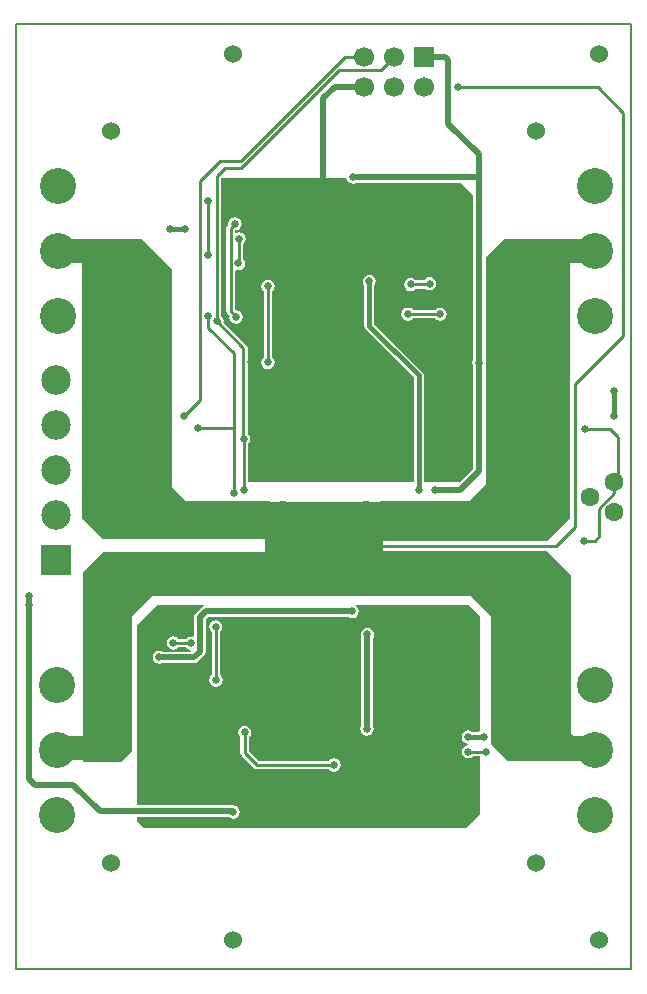
<source format=gbl>
G04*
G04 #@! TF.GenerationSoftware,Altium Limited,Altium Designer,19.0.14 (431)*
G04*
G04 Layer_Physical_Order=2*
G04 Layer_Color=8865052*
%FSLAX25Y25*%
%MOIN*%
G70*
G01*
G75*
%ADD10C,0.00700*%
%ADD48C,0.01000*%
%ADD49C,0.02000*%
%ADD50C,0.01500*%
%ADD56C,0.06299*%
%ADD57C,0.06693*%
%ADD58R,0.06693X0.06693*%
%ADD59R,0.09843X0.09843*%
%ADD60C,0.09843*%
%ADD61C,0.06000*%
%ADD62C,0.12000*%
%ADD63C,0.15748*%
%ADD64C,0.02559*%
%ADD65C,0.08000*%
%ADD66R,0.39720X0.31548*%
%ADD67R,0.44000X0.34000*%
G36*
X154500Y117780D02*
X154500Y79561D01*
X154001Y79063D01*
X152005D01*
X151450Y79433D01*
X150600Y79602D01*
X149750Y79433D01*
X149029Y78952D01*
X148547Y78231D01*
X148378Y77380D01*
X148547Y76530D01*
X149029Y75809D01*
X149750Y75327D01*
X150464Y75185D01*
Y74675D01*
X149750Y74533D01*
X149029Y74052D01*
X148547Y73331D01*
X148378Y72480D01*
X148547Y71630D01*
X149029Y70909D01*
X149750Y70427D01*
X150600Y70258D01*
X151450Y70427D01*
X152171Y70909D01*
X152268Y71053D01*
X154500D01*
X154500Y51680D01*
X149800Y46980D01*
X42500Y46980D01*
X40573Y48907D01*
X40300Y49280D01*
X40300D01*
X40300Y49280D01*
Y50763D01*
X70766D01*
X71388Y50347D01*
X72239Y50178D01*
X73089Y50347D01*
X73810Y50829D01*
X74292Y51550D01*
X74461Y52400D01*
X74292Y53250D01*
X73810Y53971D01*
X73089Y54453D01*
X72239Y54622D01*
X72126Y54600D01*
X71939Y54637D01*
X40300D01*
Y114780D01*
X47100Y121580D01*
X62361D01*
X62410Y121080D01*
X62359Y121070D01*
X61730Y120650D01*
X59710Y118630D01*
X59290Y118001D01*
X59142Y117260D01*
Y111161D01*
X58642Y110795D01*
X58100Y110903D01*
X57250Y110733D01*
X56529Y110252D01*
X56499Y110208D01*
X53967D01*
X53871Y110352D01*
X53150Y110833D01*
X52300Y111003D01*
X51450Y110833D01*
X50729Y110352D01*
X50247Y109631D01*
X50078Y108780D01*
X50247Y107930D01*
X50729Y107209D01*
X51450Y106727D01*
X52300Y106558D01*
X53150Y106727D01*
X53871Y107209D01*
X53967Y107353D01*
X56366D01*
X56529Y107109D01*
X57250Y106627D01*
X57905Y106497D01*
X58160Y106063D01*
X58174Y105972D01*
X58141Y105918D01*
X48607D01*
X48433Y106033D01*
X47583Y106202D01*
X46732Y106033D01*
X46011Y105552D01*
X45530Y104831D01*
X45360Y103980D01*
X45530Y103130D01*
X46011Y102409D01*
X46732Y101927D01*
X47583Y101758D01*
X48433Y101927D01*
X48607Y102043D01*
X59300D01*
X60041Y102190D01*
X60670Y102611D01*
X62449Y104390D01*
X62869Y105018D01*
X63017Y105760D01*
Y116457D01*
X63902Y117343D01*
X110876D01*
X111050Y117227D01*
X111900Y117058D01*
X112750Y117227D01*
X113471Y117709D01*
X113953Y118430D01*
X114122Y119280D01*
X113953Y120131D01*
X113471Y120852D01*
X113129Y121080D01*
X113281Y121580D01*
X150700D01*
X154500Y117780D01*
D02*
G37*
G36*
X184900Y131080D02*
X184900Y78680D01*
X188500Y75080D01*
Y69280D01*
X163944Y69280D01*
X158200Y75024D01*
Y117880D01*
X151648Y124432D01*
X119619D01*
X114650Y139280D01*
X176700Y139280D01*
X184900Y131080D01*
D02*
G37*
G36*
X84392Y138672D02*
X84392Y124480D01*
X45100Y124480D01*
X38500Y117880D01*
X38500Y72680D01*
X34900Y69080D01*
X22200Y69080D01*
Y132280D01*
X29000Y139080D01*
X84392D01*
X85000Y139280D01*
X84392Y138672D01*
D02*
G37*
G36*
X110147Y263191D02*
X110629Y262470D01*
X111350Y261988D01*
X112200Y261819D01*
X113050Y261988D01*
X113149Y262054D01*
X148027D01*
X152200Y257880D01*
Y203130D01*
X152147Y203050D01*
X151978Y202200D01*
X152147Y201350D01*
X152200Y201270D01*
Y166720D01*
X148060Y162580D01*
X135782D01*
Y197980D01*
X135654Y198624D01*
X135290Y199170D01*
X135290Y199170D01*
X119282Y215177D01*
Y227875D01*
X119653Y228430D01*
X119822Y229280D01*
X119653Y230131D01*
X119171Y230852D01*
X118450Y231333D01*
X117600Y231503D01*
X116750Y231333D01*
X116029Y230852D01*
X115547Y230131D01*
X115378Y229280D01*
X115547Y228430D01*
X115918Y227875D01*
Y214480D01*
X116046Y213837D01*
X116410Y213291D01*
X132418Y197283D01*
Y162580D01*
X120127D01*
X120005Y163065D01*
X120176Y163156D01*
X121211Y164006D01*
X122061Y165042D01*
X122692Y166223D01*
X123081Y167505D01*
X123163Y168338D01*
X116379D01*
X109596D01*
X109678Y167505D01*
X110067Y166223D01*
X110698Y165042D01*
X111548Y164006D01*
X112583Y163156D01*
X112754Y163065D01*
X112632Y162580D01*
X92568D01*
X92446Y163065D01*
X92617Y163156D01*
X93652Y164006D01*
X94502Y165042D01*
X95133Y166223D01*
X95522Y167505D01*
X95604Y168338D01*
X88820D01*
X82037D01*
X82119Y167505D01*
X82508Y166223D01*
X83139Y165042D01*
X83989Y164006D01*
X85024Y163156D01*
X85195Y163065D01*
X85073Y162580D01*
X77127D01*
Y175113D01*
X77271Y175209D01*
X77753Y175930D01*
X77922Y176780D01*
X77753Y177631D01*
X77271Y178352D01*
X77047Y178501D01*
Y207160D01*
X76939Y207707D01*
X76629Y208170D01*
X76629Y208170D01*
X68989Y215811D01*
X69022Y215980D01*
X68853Y216831D01*
X68371Y217552D01*
X68227Y217648D01*
Y263880D01*
X110010D01*
X110147Y263191D01*
D02*
G37*
G36*
X184400Y150380D02*
X176700Y142680D01*
X120725D01*
Y155553D01*
X121100Y155928D01*
X121500Y155280D01*
Y155528D01*
X121100Y155928D01*
X150948D01*
X156400Y161380D01*
Y237380D01*
X162400Y243380D01*
X184400D01*
Y150380D01*
D02*
G37*
G36*
X51800Y233380D02*
Y160580D01*
X56452Y155928D01*
X82980D01*
X84392Y156080D01*
Y143280D01*
X29000D01*
X22000Y150280D01*
X22000Y242380D01*
X21100Y243280D01*
X21400Y243580D01*
X41600D01*
X51800Y233380D01*
D02*
G37*
%LPC*%
G36*
X66400Y116402D02*
X65550Y116233D01*
X64829Y115752D01*
X64347Y115031D01*
X64178Y114180D01*
X64347Y113330D01*
X64829Y112609D01*
X65023Y112479D01*
Y98014D01*
X64929Y97952D01*
X64447Y97231D01*
X64278Y96380D01*
X64447Y95530D01*
X64929Y94809D01*
X65650Y94327D01*
X66500Y94158D01*
X67350Y94327D01*
X68071Y94809D01*
X68553Y95530D01*
X68722Y96380D01*
X68553Y97231D01*
X68071Y97952D01*
X67877Y98081D01*
Y112546D01*
X67971Y112609D01*
X68453Y113330D01*
X68622Y114180D01*
X68453Y115031D01*
X67971Y115752D01*
X67250Y116233D01*
X66400Y116402D01*
D02*
G37*
G36*
X116967Y113829D02*
X116116Y113660D01*
X115396Y113178D01*
X114914Y112458D01*
X114745Y111607D01*
X114914Y110757D01*
X114946Y110708D01*
Y81283D01*
X114747Y80984D01*
X114578Y80134D01*
X114747Y79283D01*
X115229Y78562D01*
X115950Y78081D01*
X116800Y77912D01*
X117650Y78081D01*
X118371Y78562D01*
X118853Y79283D01*
X119022Y80134D01*
X118853Y80984D01*
X118821Y81033D01*
Y110458D01*
X119020Y110757D01*
X119189Y111607D01*
X119020Y112458D01*
X118538Y113178D01*
X117817Y113660D01*
X116967Y113829D01*
D02*
G37*
G36*
X76100Y81203D02*
X75250Y81033D01*
X74529Y80552D01*
X74047Y79831D01*
X73878Y78980D01*
X74047Y78130D01*
X74529Y77409D01*
X74673Y77313D01*
Y72180D01*
X74673Y72180D01*
X74781Y71634D01*
X75091Y71171D01*
X79141Y67121D01*
X79141Y67121D01*
X79604Y66812D01*
X80150Y66703D01*
X80150Y66703D01*
X104183D01*
X104279Y66559D01*
X105000Y66077D01*
X105850Y65908D01*
X106700Y66077D01*
X107421Y66559D01*
X107903Y67280D01*
X108072Y68130D01*
X107903Y68981D01*
X107421Y69702D01*
X106700Y70183D01*
X105850Y70353D01*
X105000Y70183D01*
X104279Y69702D01*
X104183Y69558D01*
X80741D01*
X77527Y72772D01*
Y77313D01*
X77671Y77409D01*
X78153Y78130D01*
X78322Y78980D01*
X78153Y79831D01*
X77671Y80552D01*
X76950Y81033D01*
X76100Y81203D01*
D02*
G37*
G36*
X72800Y250709D02*
X71950Y250540D01*
X71229Y250058D01*
X70747Y249337D01*
X70578Y248487D01*
X70612Y248317D01*
X70391Y248096D01*
X70081Y247633D01*
X69973Y247087D01*
X69973Y247087D01*
Y219280D01*
X69973Y219280D01*
X70081Y218734D01*
X70391Y218271D01*
X71028Y217634D01*
X70978Y217380D01*
X71147Y216530D01*
X71629Y215809D01*
X72350Y215327D01*
X73200Y215158D01*
X74050Y215327D01*
X74771Y215809D01*
X75253Y216530D01*
X75422Y217380D01*
X75253Y218231D01*
X74771Y218952D01*
X74050Y219433D01*
X73200Y219602D01*
X72827Y219950D01*
Y232887D01*
X73327Y233192D01*
X74000Y233058D01*
X74850Y233227D01*
X75571Y233709D01*
X76053Y234430D01*
X76222Y235280D01*
X76053Y236131D01*
X75571Y236852D01*
X75527Y236881D01*
Y241741D01*
X75771Y241904D01*
X76253Y242625D01*
X76422Y243475D01*
X76253Y244325D01*
X75771Y245046D01*
X75050Y245528D01*
X74200Y245697D01*
X73350Y245528D01*
X73268Y245474D01*
X72827Y245709D01*
Y246270D01*
X73650Y246433D01*
X74371Y246915D01*
X74853Y247636D01*
X75022Y248487D01*
X74853Y249337D01*
X74371Y250058D01*
X73650Y250540D01*
X72800Y250709D01*
D02*
G37*
G36*
X137700Y230802D02*
X136850Y230633D01*
X136129Y230152D01*
X135832Y229708D01*
X133082D01*
X132986Y229852D01*
X132265Y230333D01*
X131415Y230503D01*
X130564Y230333D01*
X129843Y229852D01*
X129362Y229131D01*
X129192Y228280D01*
X129362Y227430D01*
X129843Y226709D01*
X130564Y226227D01*
X131415Y226058D01*
X132265Y226227D01*
X132986Y226709D01*
X133082Y226853D01*
X136362D01*
X136850Y226527D01*
X137700Y226358D01*
X138550Y226527D01*
X139271Y227009D01*
X139753Y227730D01*
X139922Y228580D01*
X139753Y229431D01*
X139271Y230152D01*
X138550Y230633D01*
X137700Y230802D01*
D02*
G37*
G36*
X130500Y220585D02*
X129650Y220416D01*
X128929Y219935D01*
X128447Y219214D01*
X128278Y218363D01*
X128447Y217513D01*
X128929Y216792D01*
X129650Y216310D01*
X130500Y216141D01*
X131350Y216310D01*
X132071Y216792D01*
X132167Y216936D01*
X139511D01*
X139629Y216759D01*
X140350Y216278D01*
X141200Y216108D01*
X142050Y216278D01*
X142771Y216759D01*
X143253Y217480D01*
X143422Y218331D01*
X143253Y219181D01*
X142771Y219902D01*
X142050Y220384D01*
X141200Y220553D01*
X140350Y220384D01*
X139629Y219902D01*
X139554Y219791D01*
X132167D01*
X132071Y219935D01*
X131350Y220416D01*
X130500Y220585D01*
D02*
G37*
G36*
X83900Y229903D02*
X83050Y229733D01*
X82329Y229252D01*
X81847Y228531D01*
X81678Y227680D01*
X81847Y226830D01*
X82329Y226109D01*
X82473Y226013D01*
Y204015D01*
X82229Y203852D01*
X81747Y203131D01*
X81578Y202280D01*
X81747Y201430D01*
X82229Y200709D01*
X82950Y200227D01*
X83800Y200058D01*
X84650Y200227D01*
X85371Y200709D01*
X85853Y201430D01*
X86022Y202280D01*
X85853Y203131D01*
X85371Y203852D01*
X85327Y203881D01*
Y226013D01*
X85471Y226109D01*
X85953Y226830D01*
X86122Y227680D01*
X85953Y228531D01*
X85471Y229252D01*
X84750Y229733D01*
X83900Y229903D01*
D02*
G37*
G36*
X89320Y195307D02*
Y189023D01*
X95604D01*
X95522Y189856D01*
X95133Y191138D01*
X94502Y192319D01*
X93652Y193354D01*
X92617Y194204D01*
X91435Y194836D01*
X90153Y195224D01*
X89320Y195307D01*
D02*
G37*
G36*
X88320Y195307D02*
X87487Y195224D01*
X86206Y194836D01*
X85024Y194204D01*
X83989Y193354D01*
X83139Y192319D01*
X82508Y191138D01*
X82119Y189856D01*
X82037Y189023D01*
X88320D01*
Y195307D01*
D02*
G37*
G36*
X116879Y195307D02*
Y189023D01*
X123163D01*
X123081Y189856D01*
X122692Y191138D01*
X122061Y192319D01*
X121211Y193354D01*
X120176Y194204D01*
X118994Y194836D01*
X117713Y195224D01*
X116879Y195307D01*
D02*
G37*
G36*
X115879Y195307D02*
X115047Y195224D01*
X113765Y194836D01*
X112583Y194204D01*
X111548Y193354D01*
X110698Y192319D01*
X110067Y191138D01*
X109678Y189856D01*
X109596Y189023D01*
X115879D01*
Y195307D01*
D02*
G37*
G36*
Y188023D02*
X109596D01*
X109678Y187190D01*
X110067Y185908D01*
X110698Y184727D01*
X111548Y183691D01*
X112583Y182842D01*
X113765Y182210D01*
X115047Y181821D01*
X115879Y181739D01*
Y188023D01*
D02*
G37*
G36*
X88320Y188023D02*
X82037D01*
X82119Y187190D01*
X82508Y185908D01*
X83139Y184727D01*
X83989Y183691D01*
X85024Y182842D01*
X86206Y182210D01*
X87487Y181821D01*
X88320Y181739D01*
Y188023D01*
D02*
G37*
G36*
X95604D02*
X89320D01*
Y181739D01*
X90153Y181821D01*
X91435Y182210D01*
X92617Y182842D01*
X93652Y183691D01*
X94502Y184727D01*
X95133Y185908D01*
X95522Y187190D01*
X95604Y188023D01*
D02*
G37*
G36*
X123163Y188023D02*
X116879D01*
Y181739D01*
X117713Y181821D01*
X118994Y182210D01*
X120176Y182842D01*
X121211Y183691D01*
X122061Y184727D01*
X122692Y185908D01*
X123081Y187190D01*
X123163Y188023D01*
D02*
G37*
G36*
X103100Y187347D02*
Y179180D01*
X111267D01*
X111149Y180381D01*
X110652Y182016D01*
X109847Y183523D01*
X108763Y184843D01*
X107442Y185927D01*
X105936Y186733D01*
X104300Y187229D01*
X103100Y187347D01*
D02*
G37*
G36*
X102100Y187347D02*
X100900Y187229D01*
X99265Y186733D01*
X97758Y185927D01*
X96437Y184843D01*
X95353Y183523D01*
X94547Y182016D01*
X94051Y180381D01*
X93933Y179180D01*
X102100D01*
Y187347D01*
D02*
G37*
G36*
Y178180D02*
X93933D01*
X94051Y176980D01*
X94547Y175345D01*
X95353Y173838D01*
X96437Y172517D01*
X97758Y171433D01*
X99265Y170628D01*
X100900Y170132D01*
X102100Y170014D01*
Y178180D01*
D02*
G37*
G36*
X111267D02*
X103100D01*
Y170014D01*
X104300Y170132D01*
X105936Y170628D01*
X107442Y171433D01*
X108763Y172517D01*
X109847Y173838D01*
X110652Y175345D01*
X111149Y176980D01*
X111267Y178180D01*
D02*
G37*
G36*
X116879Y175621D02*
Y169338D01*
X123163D01*
X123081Y170171D01*
X122692Y171453D01*
X122061Y172634D01*
X121211Y173669D01*
X120176Y174519D01*
X118994Y175151D01*
X117713Y175539D01*
X116879Y175621D01*
D02*
G37*
G36*
X115879Y175621D02*
X115047Y175539D01*
X113765Y175151D01*
X112583Y174519D01*
X111548Y173669D01*
X110698Y172634D01*
X110067Y171453D01*
X109678Y170171D01*
X109596Y169338D01*
X115879D01*
Y175621D01*
D02*
G37*
G36*
X89320Y175621D02*
Y169338D01*
X95604D01*
X95522Y170171D01*
X95133Y171453D01*
X94502Y172634D01*
X93652Y173669D01*
X92617Y174519D01*
X91435Y175151D01*
X90153Y175539D01*
X89320Y175621D01*
D02*
G37*
G36*
X88320Y175621D02*
X87487Y175539D01*
X86206Y175151D01*
X85024Y174519D01*
X83989Y173669D01*
X83139Y172634D01*
X82508Y171453D01*
X82119Y170171D01*
X82037Y169338D01*
X88320D01*
Y175621D01*
D02*
G37*
%LPD*%
D10*
X204724Y0D02*
X204724Y314961D01*
X0D02*
X204724D01*
X0Y0D02*
X204724D01*
X-0Y314961D02*
X0Y144380D01*
X-0Y0D02*
X0Y144380D01*
D48*
X200462Y162200D02*
Y177538D01*
X199174Y158625D02*
Y162474D01*
X194100Y153551D02*
X199174Y158625D01*
X194100Y144300D02*
Y153551D01*
X192700Y142900D02*
X194100Y144300D01*
X189200Y142900D02*
X192700D01*
X198000Y180000D02*
X200462Y177538D01*
X189500Y180000D02*
X198000D01*
X186300Y195000D02*
X202300Y211000D01*
X186300Y147480D02*
Y195000D01*
X179820Y141000D02*
X186300Y147480D01*
X202300Y211000D02*
Y285500D01*
X122100Y141000D02*
X179820D01*
X193700Y294100D02*
X202300Y285500D01*
X147200Y294100D02*
X193700D01*
X60466Y180380D02*
X72400D01*
X60347Y180500D02*
X60466Y180380D01*
X61100Y189866D02*
Y262800D01*
X55700Y184466D02*
X61100Y189866D01*
X74727Y269500D02*
X109439Y304213D01*
X67800Y269500D02*
X74727D01*
X61100Y262800D02*
X67800Y269500D01*
X75000Y267200D02*
X107466Y299666D01*
X69500Y267200D02*
X75000D01*
X66800Y264500D02*
X69500Y267200D01*
X66800Y215980D02*
Y264500D01*
X107466Y299666D02*
X121438D01*
X109439Y304213D02*
X115984D01*
X121438Y299666D02*
X125984Y304213D01*
X63900Y237980D02*
Y255927D01*
X72400Y180380D02*
Y205380D01*
X63900Y213880D02*
X72400Y205380D01*
X63900Y213880D02*
Y217780D01*
X75620Y176860D02*
Y207160D01*
X66800Y215980D02*
X75620Y207160D01*
Y176860D02*
X75700Y176780D01*
X66450Y96430D02*
X66500Y96380D01*
X66450Y96430D02*
Y114130D01*
X66400Y114180D02*
X66450Y114130D01*
X72400Y158780D02*
Y180380D01*
X75700Y159780D02*
Y176780D01*
X80150Y68130D02*
X105850D01*
X76100Y72180D02*
X80150Y68130D01*
X76100Y72180D02*
Y78980D01*
X110300Y58180D02*
X116200Y52280D01*
X99400Y58180D02*
X110300D01*
X150600Y72480D02*
X156500D01*
X156600Y72580D01*
X52300Y108780D02*
X58000D01*
X58100Y108680D01*
X130500Y218363D02*
X141167D01*
X141200Y218331D01*
X79162Y235117D02*
X92537D01*
X78099Y234055D02*
X79162Y235117D01*
X78099Y230881D02*
Y234055D01*
X131415Y228280D02*
X137400D01*
X137700Y228580D01*
X74100Y243375D02*
X74200Y243475D01*
X74100Y235380D02*
Y243375D01*
X74000Y235280D02*
X74100Y235380D01*
X71400Y247087D02*
X72800Y248487D01*
X71400Y219280D02*
Y247087D01*
Y219280D02*
X73200Y217480D01*
Y217380D02*
Y217480D01*
X102205Y235053D02*
X108327D01*
X92600D02*
X102205D01*
X102300Y235149D01*
Y259780D01*
X78099Y202380D02*
Y230881D01*
X83900Y202380D02*
Y227680D01*
X83800Y202280D02*
X83900Y202380D01*
X108500Y234880D02*
X108586Y234794D01*
X108327Y235053D02*
X108500Y234880D01*
X116214Y234794D02*
X116300Y234708D01*
X108586Y234794D02*
X116214D01*
X92537Y235117D02*
X92600Y235053D01*
D49*
X154200Y263991D02*
Y271600D01*
Y202200D02*
Y263991D01*
X143900Y281900D02*
X154200Y271600D01*
X143900Y281900D02*
Y303100D01*
X154200Y165980D02*
Y202200D01*
X148000Y159780D02*
X154200Y165980D01*
X142787Y304213D02*
X143900Y303100D01*
X135984Y304213D02*
X142787D01*
X71939Y52700D02*
X72239Y52400D01*
X27680Y52700D02*
X71939D01*
X106213Y294213D02*
X115984D01*
X102300Y290300D02*
X106213Y294213D01*
X102300Y259780D02*
Y290300D01*
X112250Y263991D02*
X154200D01*
X4200Y63480D02*
X6200Y61480D01*
X4200Y63480D02*
Y121300D01*
X4243Y121343D01*
Y124257D01*
X4286Y124300D01*
X139600Y159780D02*
X148000D01*
X18900Y61480D02*
X27680Y52700D01*
X6200Y61480D02*
X18900D01*
X61080Y105760D02*
Y117260D01*
X59300Y103980D02*
X61080Y105760D01*
Y117260D02*
X63100Y119280D01*
X111900D01*
X47583Y103980D02*
X59300D01*
X106500Y90386D02*
Y110880D01*
X103000Y86886D02*
X106500Y90386D01*
X116884Y111524D02*
X116967Y111607D01*
X116884Y80217D02*
Y111524D01*
X116800Y80134D02*
X116884Y80217D01*
X43377Y70880D02*
X43400Y70903D01*
Y86080D01*
X92600Y235053D02*
X97100Y230554D01*
Y190080D02*
Y230554D01*
D50*
X199300Y184300D02*
Y192900D01*
X51200Y246680D02*
X56180D01*
X134100Y159780D02*
Y197980D01*
X117600Y214480D02*
X134100Y197980D01*
X117600Y214480D02*
Y229280D01*
X192621Y95080D02*
X193200D01*
X150600Y77380D02*
X155900D01*
D56*
X199174Y152474D02*
D03*
Y162474D02*
D03*
X191300Y157474D02*
D03*
D57*
X115984Y294213D02*
D03*
Y304213D02*
D03*
X125984D02*
D03*
X135984Y294213D02*
D03*
X125984D02*
D03*
D58*
X135984Y304213D02*
D03*
D59*
X13300Y136480D02*
D03*
D60*
Y151480D02*
D03*
Y166480D02*
D03*
Y181480D02*
D03*
Y196480D02*
D03*
D61*
X194286Y9843D02*
D03*
X72239D02*
D03*
Y305118D02*
D03*
X194286D02*
D03*
X173228Y279528D02*
D03*
X31496D02*
D03*
X173228Y35433D02*
D03*
X31496D02*
D03*
D62*
X192913Y94787D02*
D03*
Y51480D02*
D03*
Y73134D02*
D03*
X88920Y150023D02*
D03*
Y130338D02*
D03*
X116480D02*
D03*
Y150023D02*
D03*
X116379Y168838D02*
D03*
Y188523D02*
D03*
X88820D02*
D03*
Y168838D02*
D03*
X192913Y239382D02*
D03*
Y217728D02*
D03*
Y261035D02*
D03*
X13600Y73134D02*
D03*
Y94787D02*
D03*
Y51480D02*
D03*
X13780Y239380D02*
D03*
Y261034D02*
D03*
Y217727D02*
D03*
D63*
X102700Y140180D02*
D03*
X102600Y178680D02*
D03*
D64*
X199300Y184300D02*
D03*
Y192900D02*
D03*
X189500Y180000D02*
D03*
X154200Y202200D02*
D03*
X189200Y142900D02*
D03*
X147200Y294100D02*
D03*
X60347Y180500D02*
D03*
X55700Y184466D02*
D03*
X72239Y52400D02*
D03*
X4200Y121300D02*
D03*
X4286Y124300D02*
D03*
X56180Y246680D02*
D03*
X63900Y255927D02*
D03*
X41700Y68680D02*
D03*
X111900Y119280D02*
D03*
X47583Y103980D02*
D03*
X66800Y215980D02*
D03*
X66400Y114180D02*
D03*
X75700Y176780D02*
D03*
Y159780D02*
D03*
X72400Y158780D02*
D03*
X103000Y86886D02*
D03*
X106500Y110880D02*
D03*
X92656Y204180D02*
D03*
X116967Y111607D02*
D03*
X105850Y68130D02*
D03*
X43377Y70880D02*
D03*
X43400Y86080D02*
D03*
X66500Y96380D02*
D03*
X150600Y72480D02*
D03*
X63900Y217780D02*
D03*
X52300Y108780D02*
D03*
X58100Y108680D02*
D03*
X112200Y264041D02*
D03*
X130500Y218363D02*
D03*
X117600Y229280D02*
D03*
X63900Y237980D02*
D03*
X134100Y159780D02*
D03*
X139600D02*
D03*
X156600Y72580D02*
D03*
X155900Y77380D02*
D03*
X150600D02*
D03*
X76100Y78980D02*
D03*
X116800Y80134D02*
D03*
X116200Y52280D02*
D03*
X99400Y58180D02*
D03*
X131415Y228280D02*
D03*
X137700Y228580D02*
D03*
X74000Y235280D02*
D03*
X73200Y217380D02*
D03*
X72800Y248487D02*
D03*
X83900Y227680D02*
D03*
X74200Y243475D02*
D03*
X78099Y230881D02*
D03*
X102300Y259780D02*
D03*
X51200Y246680D02*
D03*
X78099Y202380D02*
D03*
X83800Y202280D02*
D03*
X92600Y235053D02*
D03*
X108500Y234880D02*
D03*
X116300Y234708D02*
D03*
X141200Y218331D02*
D03*
D65*
X36658Y150023D02*
X88920D01*
X30400Y156280D02*
X36658Y150023D01*
X30300Y80520D02*
Y125380D01*
X23679Y73899D02*
X30300Y80520D01*
Y125380D02*
X35258Y130338D01*
X170243D02*
X174300Y126280D01*
Y83167D02*
Y126280D01*
Y83167D02*
X183567Y73899D01*
X179501Y239382D02*
X192913D01*
X176900Y236780D02*
X179501Y239382D01*
X176900Y158880D02*
Y236780D01*
X168043Y150023D02*
X176900Y158880D01*
X116480Y130338D02*
X170243D01*
X35258D02*
X88920D01*
X30400Y156280D02*
Y234338D01*
X116480Y150023D02*
X168043D01*
X14365Y73899D02*
X23679D01*
X183567D02*
X192148D01*
X192913Y73134D01*
X13600D02*
X14365Y73899D01*
X25357Y239380D02*
X30400Y234338D01*
X14900Y239380D02*
X25357D01*
D66*
X102560Y140206D02*
D03*
D67*
X102300Y179480D02*
D03*
M02*

</source>
